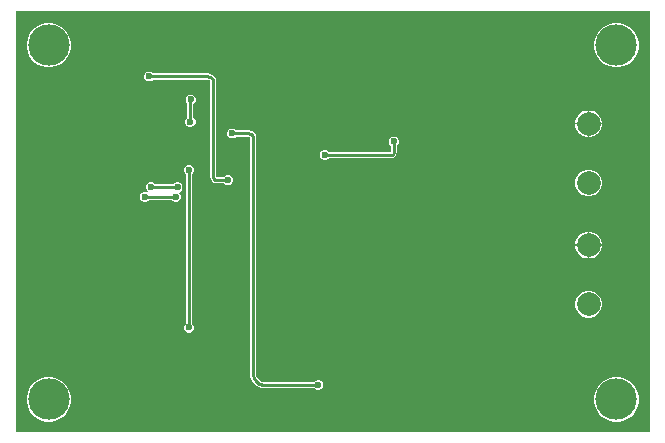
<source format=gbl>
%FSTAX23Y23*%
%MOIN*%
%SFA1B1*%

%IPPOS*%
%ADD13C,0.010000*%
%ADD52C,0.078740*%
%ADD53C,0.023622*%
%ADD54C,0.137795*%
%LNpcb-1*%
%LPD*%
G36*
X02121Y00008D02*
X00008D01*
Y01414*
X02121*
Y00008*
G37*
%LNpcb-2*%
%LPC*%
G36*
X02017Y01373D02*
X02003D01*
X01988Y0137*
X01975Y01364*
X01963Y01356*
X01952Y01346*
X01944Y01334*
X01939Y0132*
X01936Y01306*
Y01291*
X01939Y01277*
X01944Y01264*
X01952Y01252*
X01963Y01241*
X01975Y01233*
X01988Y01228*
X02003Y01225*
X02017*
X02031Y01228*
X02045Y01233*
X02057Y01241*
X02067Y01252*
X02075Y01264*
X02081Y01277*
X02084Y01291*
Y01306*
X02081Y0132*
X02075Y01334*
X02067Y01346*
X02057Y01356*
X02045Y01364*
X02031Y0137*
X02017Y01373*
G37*
G36*
X00125D02*
X0011D01*
X00096Y0137*
X00083Y01364*
X00071Y01356*
X0006Y01346*
X00052Y01334*
X00047Y0132*
X00044Y01306*
Y01291*
X00047Y01277*
X00052Y01264*
X0006Y01252*
X00071Y01241*
X00083Y01233*
X00096Y01228*
X0011Y01225*
X00125*
X00139Y01228*
X00153Y01233*
X00165Y01241*
X00175Y01252*
X00183Y01264*
X00189Y01277*
X00192Y01291*
Y01306*
X00189Y0132*
X00183Y01334*
X00175Y01346*
X00165Y01356*
X00153Y01364*
X00139Y0137*
X00125Y01373*
G37*
G36*
X01923Y01081D02*
X0192D01*
Y0104*
X01962*
Y01043*
X01959Y01054*
X01953Y01064*
X01945Y01073*
X01935Y01078*
X01923Y01081*
G37*
G36*
X01915D02*
X01912D01*
X019Y01078*
X0189Y01073*
X01882Y01064*
X01876Y01054*
X01873Y01043*
Y0104*
X01915*
Y01081*
G37*
G36*
X00594Y01134D02*
X00587D01*
X00581Y01132*
X00576Y01127*
X00574Y01121*
Y01114*
X00576Y01108*
X0058Y01105*
Y01056*
X00576Y01052*
X00573Y01046*
Y01039*
X00576Y01033*
X0058Y01028*
X00586Y01026*
X00593*
X00599Y01028*
X00604Y01033*
X00607Y01039*
Y01046*
X00604Y01052*
X006Y01056*
Y01103*
X006Y01103*
X00605Y01108*
X00607Y01114*
Y01121*
X00605Y01127*
X006Y01132*
X00594Y01134*
G37*
G36*
X01962Y01035D02*
X0192D01*
Y00993*
X01923*
X01935Y00996*
X01945Y01002*
X01953Y0101*
X01959Y0102*
X01962Y01031*
Y01035*
G37*
G36*
X01915D02*
X01873D01*
Y01031*
X01876Y0102*
X01882Y0101*
X0189Y01002*
X019Y00996*
X01912Y00993*
X01915*
Y01035*
G37*
G36*
X01271Y00994D02*
X01264D01*
X01258Y00992*
X01253Y00987*
X01251Y00981*
Y00974*
X01253Y00968*
X01257Y00964*
Y00943*
X01051*
X01047Y00947*
X01041Y00949*
X01034*
X01028Y00947*
X01023Y00942*
X01021Y00936*
Y00929*
X01023Y00923*
X01028Y00918*
X01034Y00916*
X01041*
X01047Y00918*
X01051Y00922*
X01259*
Y00922*
X01266Y00924*
X01272Y00928*
X01276Y00934*
X01278Y00942*
X01278*
Y00964*
X01282Y00968*
X01284Y00974*
Y00981*
X01282Y00987*
X01277Y00992*
X01271Y00994*
G37*
G36*
X0055Y00842D02*
X00543D01*
X00537Y0084*
X00533Y00836*
X00472*
X00468Y0084*
X00462Y00842*
X00455*
X00449Y0084*
X00444Y00835*
X00442Y00829*
Y00822*
X00444Y00816*
X00449Y00811*
X00447Y00807*
X00441Y00809*
X00434*
X00428Y00807*
X00423Y00802*
X00421Y00796*
Y00789*
X00423Y00783*
X00428Y00778*
X00434Y00776*
X00441*
X00447Y00778*
X00451Y00782*
X00527*
X00531Y00778*
X00537Y00776*
X00544*
X0055Y00778*
X00555Y00783*
X00557Y00789*
Y00796*
X00555Y00802*
X00552Y00804*
X00554Y0081*
X00556Y00811*
X00561Y00816*
X00563Y00822*
Y00829*
X00561Y00835*
X00556Y0084*
X0055Y00842*
G37*
G36*
X00456Y01211D02*
X00449D01*
X00443Y01209*
X00438Y01204*
X00436Y01198*
Y01191*
X00438Y01185*
X00443Y0118*
X00449Y01178*
X00456*
X00462Y0118*
X00466Y01184*
X0065*
X0065Y01184*
X00654Y01183*
X00655Y01179*
X00655Y01179*
Y00861*
X00655*
X00657Y00852*
X00662Y00845*
X00669Y0084*
X00678Y00838*
Y00838*
X00702*
X00706Y00834*
X00712Y00832*
X00719*
X00725Y00834*
X0073Y00839*
X00732Y00845*
Y00852*
X0073Y00858*
X00725Y00863*
X00719Y00865*
X00712*
X00706Y00863*
X00702Y00859*
X00678*
Y00859*
X00676Y00859*
X00676Y00861*
X00676*
Y01179*
X00676*
X00675Y01185*
X00672Y01192*
X00668Y01197*
X00663Y01201*
X00656Y01204*
X0065Y01205*
Y01205*
X00466*
X00462Y01209*
X00456Y01211*
G37*
G36*
X01923Y00884D02*
X01912D01*
X019Y00881*
X0189Y00875*
X01882Y00867*
X01876Y00857*
X01873Y00846*
Y00834*
X01876Y00823*
X01882Y00813*
X0189Y00804*
X019Y00799*
X01912Y00796*
X01923*
X01935Y00799*
X01945Y00804*
X01953Y00813*
X01959Y00823*
X01962Y00834*
Y00846*
X01959Y00857*
X01953Y00867*
X01945Y00875*
X01935Y00881*
X01923Y00884*
G37*
G36*
Y00677D02*
X0192D01*
Y00635*
X01962*
Y00638*
X01959Y0065*
X01953Y0066*
X01945Y00668*
X01935Y00674*
X01923Y00677*
G37*
G36*
X01915D02*
X01912D01*
X019Y00674*
X0189Y00668*
X01882Y0066*
X01876Y0065*
X01873Y00638*
Y00635*
X01915*
Y00677*
G37*
G36*
X01962Y0063D02*
X0192D01*
Y00588*
X01923*
X01935Y00591*
X01945Y00597*
X01953Y00605*
X01959Y00615*
X01962Y00627*
Y0063*
G37*
G36*
X01915D02*
X01873D01*
Y00627*
X01876Y00615*
X01882Y00605*
X0189Y00597*
X019Y00591*
X01912Y00588*
X01915*
Y0063*
G37*
G36*
X01923Y0048D02*
X01912D01*
X019Y00477*
X0189Y00471*
X01882Y00463*
X01876Y00452*
X01873Y00441*
Y00429*
X01876Y00418*
X01882Y00408*
X0189Y004*
X019Y00394*
X01912Y00391*
X01923*
X01935Y00394*
X01945Y004*
X01953Y00408*
X01959Y00418*
X01962Y00429*
Y00441*
X01959Y00452*
X01953Y00463*
X01945Y00471*
X01935Y00477*
X01923Y0048*
G37*
G36*
X00589Y00899D02*
X00582D01*
X00576Y00897*
X00571Y00892*
X00569Y00886*
Y00879*
X00571Y00873*
X00575Y00869*
Y00371*
X00571Y00367*
X00569Y00361*
Y00354*
X00571Y00348*
X00576Y00343*
X00582Y00341*
X00589*
X00595Y00343*
X006Y00348*
X00602Y00354*
Y00361*
X006Y00367*
X00596Y00371*
Y00869*
X006Y00873*
X00602Y00879*
Y00886*
X006Y00892*
X00595Y00897*
X00589Y00899*
G37*
G36*
X00732Y01021D02*
X00725D01*
X00719Y01019*
X00714Y01014*
X00712Y01008*
Y01001*
X00714Y00995*
X00719Y0099*
X00725Y00988*
X00732*
X00738Y0099*
X00742Y00994*
X00785*
Y00994*
X00787Y00993*
X00788Y00991*
X00788*
Y00206*
X00788*
X0079Y00193*
X00795Y00181*
X00803Y0017*
X00813Y00162*
X00825Y00157*
X00838Y00156*
Y00156*
X01003*
X01007Y00152*
X01013Y00149*
X0102*
X01026Y00152*
X01031Y00156*
X01033Y00163*
Y00169*
X01031Y00175*
X01026Y0018*
X0102Y00183*
X01013*
X01007Y0018*
X01003Y00176*
X00838*
Y00176*
X0083Y00177*
X00823Y0018*
X00817Y00185*
X00813Y00191*
X0081Y00198*
X00809Y00206*
X00809*
Y00991*
X00809*
X00807Y01*
X00802Y01008*
X00794Y01013*
X00785Y01015*
Y01015*
X00742*
X00738Y01019*
X00732Y01021*
G37*
G36*
X02017Y00192D02*
X02003D01*
X01988Y00189*
X01975Y00183*
X01963Y00175*
X01952Y00165*
X01944Y00153*
X01939Y00139*
X01936Y00125*
Y0011*
X01939Y00096*
X01944Y00083*
X01952Y00071*
X01963Y0006*
X01975Y00052*
X01988Y00047*
X02003Y00044*
X02017*
X02031Y00047*
X02045Y00052*
X02057Y0006*
X02067Y00071*
X02075Y00083*
X02081Y00096*
X02084Y0011*
Y00125*
X02081Y00139*
X02075Y00153*
X02067Y00165*
X02057Y00175*
X02045Y00183*
X02031Y00189*
X02017Y00192*
G37*
G36*
X00125D02*
X0011D01*
X00096Y00189*
X00083Y00183*
X00071Y00175*
X0006Y00165*
X00052Y00153*
X00047Y00139*
X00044Y00125*
Y0011*
X00047Y00096*
X00052Y00083*
X0006Y00071*
X00071Y0006*
X00083Y00052*
X00096Y00047*
X0011Y00044*
X00125*
X00139Y00047*
X00153Y00052*
X00165Y0006*
X00175Y00071*
X00183Y00083*
X00189Y00096*
X00192Y0011*
Y00125*
X00189Y00139*
X00183Y00153*
X00175Y00165*
X00165Y00175*
X00153Y00183*
X00139Y00189*
X00125Y00192*
G37*
%LNpcb-3*%
%LPD*%
G54D13*
X01259Y00933D02*
D01*
X01259Y00933*
X0126Y00933*
X0126Y00933*
X01261Y00933*
X01262Y00933*
X01262Y00933*
X01263Y00934*
X01263Y00934*
X01264Y00934*
X01264Y00935*
X01265Y00935*
X01265Y00935*
X01266Y00936*
X01266Y00936*
X01266Y00937*
X01267Y00938*
X01267Y00938*
X01267Y00939*
X01267Y00939*
X01267Y0094*
X01267Y00941*
X01267Y00941*
X01268Y00942*
X00799Y00991D02*
D01*
X00798Y00991*
X00798Y00992*
X00798Y00993*
X00798Y00994*
X00798Y00995*
X00797Y00996*
X00797Y00997*
X00796Y00998*
X00796Y00999*
X00795Y00999*
X00795Y01*
X00794Y01001*
X00793Y01002*
X00792Y01002*
X00792Y01003*
X00791Y01003*
X0079Y01003*
X00789Y01004*
X00788Y01004*
X00787Y01004*
X00786Y01004*
X00785Y01004*
X00785Y01005*
X00799Y00206D02*
D01*
X00799Y00203*
X00799Y002*
X00799Y00197*
X008Y00195*
X00801Y00192*
X00802Y00189*
X00803Y00187*
X00805Y00185*
X00806Y00182*
X00808Y0018*
X0081Y00178*
X00812Y00176*
X00814Y00174*
X00816Y00173*
X00818Y00171*
X00821Y0017*
X00823Y00169*
X00826Y00168*
X00828Y00167*
X00831Y00167*
X00834Y00166*
X00837Y00166*
X00838Y00166*
X00666Y00861D02*
D01*
X00666Y0086*
X00666Y00859*
X00666Y00858*
X00666Y00857*
X00666Y00856*
X00667Y00856*
X00667Y00855*
X00667Y00854*
X00668Y00853*
X00668Y00853*
X00669Y00852*
X00669Y00852*
X0067Y00851*
X00671Y00851*
X00672Y0085*
X00672Y0085*
X00673Y00849*
X00674Y00849*
X00675Y00849*
X00675Y00849*
X00676Y00849*
X00677Y00849*
X00678Y00849*
X00666Y01179D02*
D01*
X00665Y0118*
X00665Y01181*
X00665Y01182*
X00665Y01183*
X00665Y01184*
X00664Y01185*
X00664Y01186*
X00663Y01187*
X00662Y01188*
X00662Y01189*
X00661Y0119*
X0066Y0119*
X00659Y01191*
X00658Y01192*
X00658Y01192*
X00657Y01193*
X00655Y01193*
X00654Y01194*
X00653Y01194*
X00652Y01194*
X00651Y01194*
X0065Y01194*
X0065Y01195*
X00459Y00826D02*
X00547D01*
X00438Y00793D02*
X00541D01*
X0059Y01043D02*
Y01118D01*
X01038Y00933D02*
X01259D01*
X01268Y00942D02*
Y00978D01*
X00729Y01005D02*
X00785D01*
X00799Y00206D02*
Y00991D01*
X00838Y00166D02*
X01016D01*
X00678Y00849D02*
X00716D01*
X00666Y00861D02*
Y01179D01*
X00453Y01195D02*
X0065D01*
X00586Y00358D02*
Y00883D01*
X0059Y01118D02*
X00591D01*
G54D52*
X01918Y00633D03*
Y00435D03*
Y0084D03*
Y01037D03*
G54D53*
X00459Y00826D03*
X00438Y00793D03*
X01268Y00978D03*
X01038Y00933D03*
X00547Y00826D03*
X00729Y01005D03*
X00453Y01195D03*
X00716Y00849D03*
X00541Y00793D03*
X00586Y00358D03*
Y00883D03*
X00591Y01118D03*
X0059Y01043D03*
X01016Y00166D03*
G54D54*
X00118Y00118D03*
X0201D03*
Y01299D03*
X00118D03*
M02*
</source>
